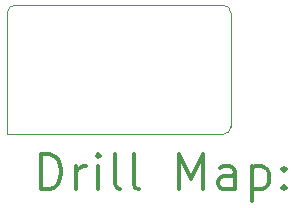
<source format=gbr>
%FSLAX45Y45*%
G04 Gerber Fmt 4.5, Leading zero omitted, Abs format (unit mm)*
G04 Created by KiCad (PCBNEW (5.1.6)-1) date 2025-01-10 10:07:42*
%MOMM*%
%LPD*%
G01*
G04 APERTURE LIST*
%TA.AperFunction,Profile*%
%ADD10C,0.050000*%
%TD*%
%ADD11C,0.200000*%
%ADD12C,0.300000*%
G04 APERTURE END LIST*
D10*
X14465300Y-8223250D02*
X16230600Y-8223250D01*
X16230600Y-8223250D02*
G75*
G02*
X16294100Y-8286750I0J-63500D01*
G01*
X16230600Y-9315450D02*
X14401800Y-9315450D01*
X16294100Y-9251950D02*
G75*
G02*
X16230600Y-9315450I-63500J0D01*
G01*
X14401800Y-9315450D02*
X14401800Y-8286750D01*
X14401800Y-8286750D02*
G75*
G02*
X14465300Y-8223250I63500J0D01*
G01*
X16294100Y-8286750D02*
X16294100Y-9251950D01*
D11*
D12*
X14685728Y-9783664D02*
X14685728Y-9483664D01*
X14757157Y-9483664D01*
X14800014Y-9497950D01*
X14828586Y-9526522D01*
X14842871Y-9555093D01*
X14857157Y-9612236D01*
X14857157Y-9655093D01*
X14842871Y-9712236D01*
X14828586Y-9740807D01*
X14800014Y-9769379D01*
X14757157Y-9783664D01*
X14685728Y-9783664D01*
X14985728Y-9783664D02*
X14985728Y-9583664D01*
X14985728Y-9640807D02*
X15000014Y-9612236D01*
X15014300Y-9597950D01*
X15042871Y-9583664D01*
X15071443Y-9583664D01*
X15171443Y-9783664D02*
X15171443Y-9583664D01*
X15171443Y-9483664D02*
X15157157Y-9497950D01*
X15171443Y-9512236D01*
X15185728Y-9497950D01*
X15171443Y-9483664D01*
X15171443Y-9512236D01*
X15357157Y-9783664D02*
X15328586Y-9769379D01*
X15314300Y-9740807D01*
X15314300Y-9483664D01*
X15514300Y-9783664D02*
X15485728Y-9769379D01*
X15471443Y-9740807D01*
X15471443Y-9483664D01*
X15857157Y-9783664D02*
X15857157Y-9483664D01*
X15957157Y-9697950D01*
X16057157Y-9483664D01*
X16057157Y-9783664D01*
X16328586Y-9783664D02*
X16328586Y-9626522D01*
X16314300Y-9597950D01*
X16285728Y-9583664D01*
X16228586Y-9583664D01*
X16200014Y-9597950D01*
X16328586Y-9769379D02*
X16300014Y-9783664D01*
X16228586Y-9783664D01*
X16200014Y-9769379D01*
X16185728Y-9740807D01*
X16185728Y-9712236D01*
X16200014Y-9683664D01*
X16228586Y-9669379D01*
X16300014Y-9669379D01*
X16328586Y-9655093D01*
X16471443Y-9583664D02*
X16471443Y-9883664D01*
X16471443Y-9597950D02*
X16500014Y-9583664D01*
X16557157Y-9583664D01*
X16585728Y-9597950D01*
X16600014Y-9612236D01*
X16614300Y-9640807D01*
X16614300Y-9726522D01*
X16600014Y-9755093D01*
X16585728Y-9769379D01*
X16557157Y-9783664D01*
X16500014Y-9783664D01*
X16471443Y-9769379D01*
X16742871Y-9755093D02*
X16757157Y-9769379D01*
X16742871Y-9783664D01*
X16728586Y-9769379D01*
X16742871Y-9755093D01*
X16742871Y-9783664D01*
X16742871Y-9597950D02*
X16757157Y-9612236D01*
X16742871Y-9626522D01*
X16728586Y-9612236D01*
X16742871Y-9597950D01*
X16742871Y-9626522D01*
M02*

</source>
